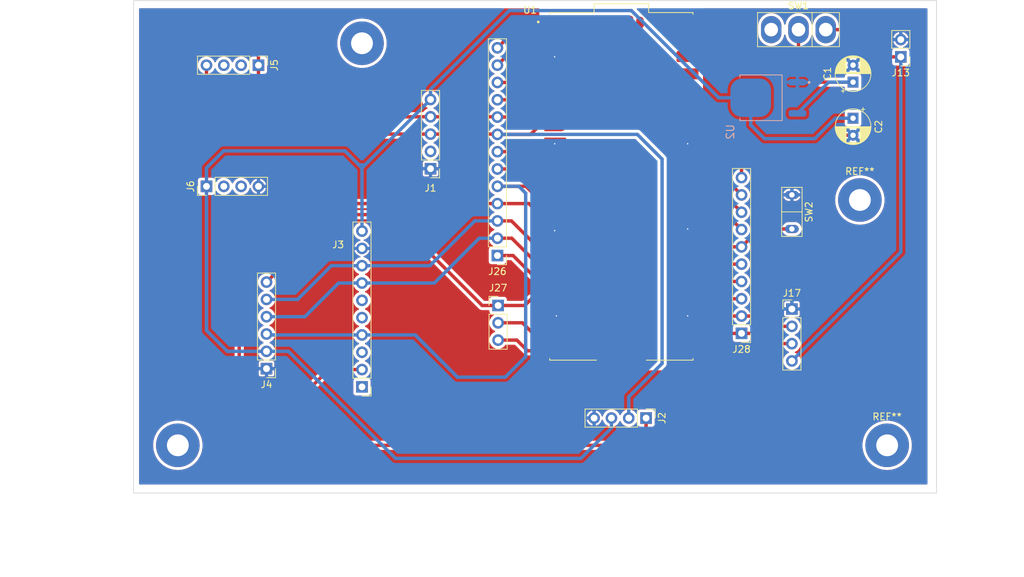
<source format=kicad_pcb>
(kicad_pcb (version 20211014) (generator pcbnew)
  (layers (0 "F.Cu" signal) (31 "B.Cu" signal) (34 "B.Paste" user) (35 "F.Paste" user) (36 "B.SilkS" user "B.Silkscreen") (37 "F.SilkS" user "F.Silkscreen") (38 "B.Mask" user) (39 "F.Mask" user) (44 "Edge.Cuts" user))
  (net 0 "")
  (net 1 "5VBUS")
  (net 2 "GND")
  (net 3 "+3V3")
  (net 5 "SDA")
  (net 6 "SCL")
  (net 15 "+5V")
  (net 16 "UART_RX")
  (net 17 "UART_TX")
  (net 18 "SCLK")
  (net 19 "SPI_TX")
  (net 20 "SPI_RX")
  (net 21 "CS1")
  (net 22 "CS2")
  (net 23 "Net-(U1-Pad16)")
  (net 24 "Net-(U1-Pad10)")
  (net 25 "Net-(U1-Pad9)")
  (net 26 "Net-(U1-Pad5)")
  (net 27 "Net-(U1-Pad4)")
  (net 28 "Net-(U1-Pad2)")
  (net 29 "Net-(U1-Pad1)")
  (net 30 "Net-(U1-Pad19)")
  (net 31 "Net-(U1-Pad20)")
  (net 32 "Net-(U1-Pad24)")
  (net 33 "Net-(U1-Pad25)")
  (net 34 "Net-(U1-Pad26)")
  (net 35 "GPIO21")
  (net 36 "Net-(U1-Pad29)")
  (net 37 "Net-(U1-Pad31)")
  (net 38 "Net-(U1-Pad32)")
  (net 39 "Net-(U1-Pad34)")
  (net 46 "unconnected-(U1-PadA)")
  (footprint "Connector_PinHeader_2.54mm:PinHeader_1x06_P2.54mm_Vertical" (layer "F.Cu") (at 95 104.75 180)
    (fp_text reference "J4")
    (fp_text value "MicroSD card module")
  )
  (footprint "Connector_PinHeader_2.54mm:PinHeader_1x13_P2.54mm_Vertical" (layer "F.Cu") (at 128.8572 88.1512 180)
    (fp_text reference "J26")
    (fp_text value "Conn_01x13_external")
  )
  (footprint "MountingHole:MountingHole_3.2mm_M3_Pad" (layer "F.Cu") (at 182 80)
    (fp_text reference "REF**")
    (fp_text value "MountingHole_3.2mm_M3_Pad")
  )
  (footprint "Connector_PinHeader_2.54mm:PinHeader_1x02_P2.54mm_Vertical" (layer "F.Cu") (at 188 59 180)
    (fp_text reference "J13")
    (fp_text value "Conn_01x02_Male")
  )
  (footprint "Connector_PinHeader_2.54mm:PinHeader_1x04_P2.54mm_Vertical" (layer "F.Cu") (at 93.82 60.22 -90)
    (fp_text reference "J5")
    (fp_text value "SHT30A_CONN")
  )
  (footprint "Connector_PinHeader_2.54mm:PinHeader_1x10_P2.54mm_Vertical" (layer "F.Cu") (at 109 107.425 180)
    (fp_text reference "J3")
    (fp_text value "MPU9250")
  )
  (footprint "Connector_PinHeader_2.54mm:PinHeader_1x03_P2.54mm_Vertical" (layer "F.Cu") (at 128.9588 95.4814)
    (fp_text reference "J27")
    (fp_text value "Conn_01x03_external")
  )
  (footprint "" (layer "F.Cu") (at 82 116)
    (fp_text reference "")
    (fp_text value "")
  )
  (footprint "MountingHole:MountingHole_3.2mm_M3_Pad" (layer "F.Cu") (at 186 116)
    (fp_text reference "REF**")
    (fp_text value "MountingHole_3.2mm_M3_Pad")
  )
  (footprint "" (layer "F.Cu") (at 109 57)
    (fp_text reference "")
    (fp_text value "")
  )
  (footprint "SC0915:MODULE_SC0915" (layer "F.Cu") (at 147.0334 78)
    (fp_text reference "U1")
    (fp_text value "SC0915")
  )
  (footprint "Connector_PinHeader_2.54mm:PinHeader_1x04_P2.54mm_Vertical" (layer "F.Cu") (at 86.2 78 90)
    (fp_text reference "J6")
    (fp_text value "SHT30A_PWR")
  )
  (footprint "Push button:Push button" (layer "F.Cu") (at 172.0334 81.75 90)
    (fp_text reference "SW2")
    (fp_text value "SW_Push")
  )
  (footprint "Capacitor_THT:CP_Radial_D5.0mm_P2.50mm" (layer "F.Cu") (at 181 68 -90)
    (fp_text reference "C2")
    (fp_text value "22u")
  )
  (footprint "Capacitor_THT:CP_Radial_D5.0mm_P2.50mm" (layer "F.Cu") (at 181 62.705113 90)
    (fp_text reference "C1")
    (fp_text value "10u")
  )
  (footprint "Connector_PinHeader_2.54mm:PinHeader_1x10_P2.54mm_Vertical" (layer "F.Cu") (at 164.65 99.575 180)
    (fp_text reference "J28")
    (fp_text value "Conn_01x10_external")
  )
  (footprint "Connector_PinHeader_2.54mm:PinHeader_1x05_P2.54mm_Vertical" (layer "F.Cu") (at 119.05 75.41 180)
    (fp_text reference "J1")
    (fp_text value "DS3231_RTC")
  )
  (footprint "Connector_PinHeader_2.54mm:PinHeader_1x04_P2.54mm_Vertical" (layer "F.Cu") (at 150.6534 112 -90)
    (fp_text reference "J2")
    (fp_text value "OLED_SCREEN")
  )
  (footprint "Connector_PinHeader_2.54mm:PinHeader_1x04_P2.54mm_Vertical" (layer "F.Cu") (at 172.0334 96)
    (fp_text reference "J17")
    (fp_text value "GPS module")
  )
  (footprint "SPDT switch:SPDT switch" (layer "F.Cu") (at 173 55 180)
    (fp_text reference "SW1")
    (fp_text value "SW_SPDT")
  )
  (footprint "AZ1117CD-3.3TRG1:DPAK457P1010X238-3N" (layer "B.Cu") (at 168.59 65 -90)
    (fp_text reference "U2")
    (fp_text value "AZ1117-3.3")
  )
  (gr_rect (start 75.5 50.75) (end 193.25 123) (layer "Edge.Cuts") (width 0.1) (fill none))
  (segment (start 167.925 59.475) (end 162.32 53.87) (width 0.5) (layer "F.Cu") (net 1))
  (segment (start 173 59.45) (end 173.025 59.475) (width 0.5) (layer "F.Cu") (net 1))
  (segment (start 181 62.705113) (end 176.255113 62.705113) (width 0.5) (layer "F.Cu") (net 1))
  (segment (start 173 58.8) (end 173 59.45) (width 0.5) (layer "F.Cu") (net 1))
  (segment (start 172.275 59.475) (end 167.925 59.475) (width 0.5) (layer "F.Cu") (net 1))
  (segment (start 173.025 59.475) (end 172.275 59.475) (width 0.5) (layer "F.Cu") (net 1))
  (segment (start 176.255113 62.705113) (end 173.025 59.475) (width 0.5) (layer "F.Cu") (net 1))
  (segment (start 162.32 53.87) (end 156.7234 53.87) (width 0.5) (layer "F.Cu") (net 1))
  (segment (start 172.325 59.475) (end 173 58.8) (width 0.5) (layer "F.Cu") (net 1))
  (segment (start 172.275 59.475) (end 172.325 59.475) (width 0.5) (layer "F.Cu") (net 1))
  (segment (start 173 55) (end 173 58.8) (width 0.5) (layer "F.Cu") (net 1))
  (segment (start 172.85 67.286) (end 177.430887 62.705113) (width 0.5) (layer "B.Cu") (net 1))
  (segment (start 177.430887 62.705113) (end 181 62.705113) (width 0.5) (layer "B.Cu") (net 1))
  (segment (start 143.0334 112) (end 143.0334 110.2666) (width 0.425) (layer "F.Cu") (net 2))
  (segment (start 147.0334 106.2666) (end 147.0334 102.7) (width 0.425) (layer "F.Cu") (net 2))
  (segment (start 160.95 58.95) (end 172.5 70.5) (width 0.5) (layer "F.Cu") (net 2))
  (segment (start 156.7234 58.95) (end 160.95 58.95) (width 0.5) (layer "F.Cu") (net 2))
  (segment (start 172.5 70.5) (end 181 70.5) (width 0.5) (layer "F.Cu") (net 2))
  (segment (start 143.0334 110.2666) (end 147.0334 106.2666) (width 0.425) (layer "F.Cu") (net 2))
  (via (at 156.75 84.25) (size 0.425) (drill 0.2) (layers "F.Cu" "B.Cu") (net 2))
  (via (at 156.75 71.75) (size 0.425) (drill 0.2) (layers "F.Cu" "B.Cu") (net 2))
  (via (at 137.25 84.5) (size 0.425) (drill 0.2) (layers "F.Cu" "B.Cu") (net 2))
  (via (at 137.25 59) (size 0.425) (drill 0.2) (layers "F.Cu" "B.Cu") (net 2))
  (via (at 156.75 97) (size 0.425) (drill 0.2) (layers "F.Cu" "B.Cu") (net 2))
  (via (at 137.25 71.75) (size 0.425) (drill 0.2) (layers "F.Cu" "B.Cu") (net 2))
  (via (at 137.5 97) (size 0.425) (drill 0.2) (layers "F.Cu" "B.Cu") (net 2))
  (segment (start 148.5 52.2) (end 161.3 65) (width 0.5) (layer "B.Cu") (net 3))
  (segment (start 106.5 72.8) (end 88.7 72.8) (width 0.5) (layer "B.Cu") (net 3))
  (segment (start 141.1 117.92) (end 114.08 117.92) (width 0.5) (layer "B.Cu") (net 3))
  (segment (start 98.21 102.21) (end 113.92 117.92) (width 0.5) (layer "B.Cu") (net 3))
  (segment (start 109.45 74.85) (end 119.05 65.25) (width 0.5) (layer "B.Cu") (net 3))
  (segment (start 109 75.3) (end 108.525 74.825) (width 0.5) (layer "B.Cu") (net 3))
  (segment (start 178.4 68) (end 175.4 71) (width 0.5) (layer "B.Cu") (net 3))
  (segment (start 119.05 65.25) (end 119.05 63.75) (width 0.5) (layer "B.Cu") (net 3))
  (segment (start 89.26 102.21) (end 95 102.21) (width 0.5) (layer "B.Cu") (net 3))
  (segment (start 161.3 65) (end 166 65) (width 0.5) (layer "B.Cu") (net 3))
  (segment (start 109 84.565) (end 109 75.3) (width 0.5) (layer "B.Cu") (net 3))
  (segment (start 86.2 75.3) (end 88.7 72.8) (width 0.5) (layer "B.Cu") (net 3))
  (segment (start 113.92 117.92) (end 114.08 117.92) (width 0.5) (layer "B.Cu") (net 3))
  (segment (start 181 68) (end 178.4 68) (width 0.5) (layer "B.Cu") (net 3))
  (segment (start 175.4 71) (end 168 71) (width 0.5) (layer "B.Cu") (net 3))
  (segment (start 109 75.3) (end 109.45 74.85) (width 0.5) (layer "B.Cu") (net 3))
  (segment (start 86.2 78) (end 86.2 75.3) (width 0.5) (layer "B.Cu") (net 3))
  (segment (start 119.05 63.75) (end 130.6 52.2) (width 0.5) (layer "B.Cu") (net 3))
  (segment (start 168 71) (end 166 69) (width 0.5) (layer "B.Cu") (net 3))
  (segment (start 86.2 78) (end 86.2 99.15) (width 0.5) (layer "B.Cu") (net 3))
  (segment (start 145.5734 112) (end 145.5734 113.4466) (width 0.5) (layer "B.Cu") (net 3))
  (segment (start 86.2 99.15) (end 89.26 102.21) (width 0.5) (layer "B.Cu") (net 3))
  (segment (start 130.6 52.2) (end 148.5 52.2) (width 0.5) (layer "B.Cu") (net 3))
  (segment (start 108.525 74.825) (end 108.55 74.85) (width 0.5) (layer "B.Cu") (net 3))
  (segment (start 145.5734 113.4466) (end 141.1 117.92) (width 0.5) (layer "B.Cu") (net 3))
  (segment (start 95 102.21) (end 98.21 102.21) (width 0.5) (layer "B.Cu") (net 3))
  (segment (start 166 69) (end 166 65) (width 0.5) (layer "B.Cu") (net 3))
  (segment (start 108.525 74.825) (end 106.5 72.8) (width 0.5) (layer "B.Cu") (net 3))
  (segment (start 108.55 74.85) (end 109.45 74.85) (width 0.5) (layer "B.Cu") (net 3))
  (segment (start 149 116) (end 91 116) (width 0.5) (layer "F.Cu") (net 5))
  (segment (start 132.2188 67.8312) (end 133.48 66.57) (width 0.5) (layer "F.Cu") (net 5))
  (segment (start 133.48 66.57) (end 137.3434 66.57) (width 0.5) (layer "F.Cu") (net 5))
  (segment (start 128.816 67.79) (end 128.8572 67.8312) (width 0.5) (layer "F.Cu") (net 5))
  (segment (start 150.6534 114.3466) (end 149 116) (width 0.5) (layer "F.Cu") (net 5))
  (segment (start 119.05 67.79) (end 128.816 67.79) (width 0.5) (layer "F.Cu") (net 5))
  (segment (start 128.8572 67.8312) (end 132.2188 67.8312) (width 0.5) (layer "F.Cu") (net 5))
  (segment (start 150.6534 112) (end 150.6534 114.3466) (width 0.5) (layer "F.Cu") (net 5))
  (segment (start 95.84 67.79) (end 119.05 67.79) (width 0.5) (layer "F.Cu") (net 5))
  (segment (start 93.82 65.77) (end 95.84 67.79) (width 0.5) (layer "F.Cu") (net 5))
  (segment (start 82 107) (end 82 59) (width 0.5) (layer "F.Cu") (net 5))
  (segment (start 93.82 60.22) (end 93.82 65.77) (width 0.5) (layer "F.Cu") (net 5))
  (segment (start 82 59) (end 85 56) (width 0.5) (layer "F.Cu") (net 5))
  (segment (start 93.82 57.82) (end 93.82 60.22) (width 0.5) (layer "F.Cu") (net 5))
  (segment (start 85 56) (end 92 56) (width 0.5) (layer "F.Cu") (net 5))
  (segment (start 92 56) (end 93.82 57.82) (width 0.5) (layer "F.Cu") (net 5))
  (segment (start 91 116) (end 82 107) (width 0.5) (layer "F.Cu") (net 5))
  (segment (start 86.2 64.1) (end 86.2 60.22) (width 0.5) (layer "F.Cu") (net 6))
  (segment (start 119.05 70.33) (end 128.816 70.33) (width 0.5) (layer "F.Cu") (net 6))
  (segment (start 128.816 70.33) (end 128.8572 70.3712) (width 0.5) (layer "F.Cu") (net 6))
  (segment (start 134.99 69.11) (end 137.3434 69.11) (width 0.5) (layer "F.Cu") (net 6))
  (segment (start 133.7288 70.3712) (end 128.8572 70.3712) (width 0.5) (layer "F.Cu") (net 6))
  (segment (start 133.7288 70.3712) (end 134.99 69.11) (width 0.5) (layer "F.Cu") (net 6))
  (segment (start 92.43 70.33) (end 86.2 64.1) (width 0.5) (layer "F.Cu") (net 6))
  (segment (start 92.43 70.33) (end 119.05 70.33) (width 0.5) (layer "F.Cu") (net 6))
  (segment (start 149.3712 70.3712) (end 128.8572 70.3712) (width 0.5) (layer "B.Cu") (net 6))
  (segment (start 153 104) (end 153 74) (width 0.5) (layer "B.Cu") (net 6))
  (segment (start 153 74) (end 149.3712 70.3712) (width 0.5) (layer "B.Cu") (net 6))
  (segment (start 148.1134 112) (end 148.1134 108.8866) (width 0.5) (layer "B.Cu") (net 6))
  (segment (start 148.1134 108.8866) (end 153 104) (width 0.5) (layer "B.Cu") (net 6))
  (segment (start 188 59) (end 186.15 59) (width 0.5) (layer "F.Cu") (net 15))
  (segment (start 182.15 55) (end 181.5 55) (width 0.5) (layer "F.Cu") (net 15))
  (segment (start 181.5 55) (end 177 55) (width 0.5) (layer "F.Cu") (net 15))
  (segment (start 186.15 59) (end 182.15 55) (width 0.5) (layer "F.Cu") (net 15))
  (segment (start 188 87.6534) (end 188 59) (width 0.5) (layer "B.Cu") (net 15))
  (segment (start 172.0334 103.62) (end 188 87.6534) (width 0.5) (layer "B.Cu") (net 15))
  (segment (start 172.0334 98.54) (end 168.94 98.54) (width 0.5) (layer "F.Cu") (net 16))
  (segment (start 168.94 98.54) (end 167.435 97.035) (width 0.5) (layer "F.Cu") (net 16))
  (segment (start 159.61 99.59) (end 156.7234 99.59) (width 0.5) (layer "F.Cu") (net 16))
  (segment (start 164.65 97.035) (end 162.165 97.035) (width 0.5) (layer "F.Cu") (net 16))
  (segment (start 167.435 97.035) (end 164.65 97.035) (width 0.5) (layer "F.Cu") (net 16))
  (segment (start 162.165 97.035) (end 159.61 99.59) (width 0.5) (layer "F.Cu") (net 16))
  (segment (start 168.37 101.08) (end 166.865 99.575) (width 0.5) (layer "F.Cu") (net 17))
  (segment (start 159.72 102.13) (end 162.275 99.575) (width 0.5) (layer "F.Cu") (net 17))
  (segment (start 156.7234 102.13) (end 159.72 102.13) (width 0.5) (layer "F.Cu") (net 17))
  (segment (start 166.865 99.575) (end 164.65 99.575) (width 0.5) (layer "F.Cu") (net 17))
  (segment (start 162.275 99.575) (end 164.65 99.575) (width 0.5) (layer "F.Cu") (net 17))
  (segment (start 168.37 101.08) (end 172.0334 101.08) (width 0.5) (layer "F.Cu") (net 17))
  (segment (start 134.74 86.89) (end 130.9212 83.0712) (width 0.5) (layer "F.Cu") (net 18))
  (segment (start 130.9212 83.0712) (end 128.8572 83.0712) (width 0.5) (layer "F.Cu") (net 18))
  (segment (start 137.3434 86.89) (end 134.74 86.89) (width 0.5) (layer "F.Cu") (net 18))
  (segment (start 128.8572 83.0712) (end 125.5288 83.0712) (width 0.5) (layer "B.Cu") (net 18))
  (segment (start 118.955 89.645) (end 109 89.645) (width 0.5) (layer "B.Cu") (net 18))
  (segment (start 104.505 89.645) (end 109 89.645) (width 0.5) (layer "B.Cu") (net 18))
  (segment (start 99.56 94.59) (end 104.505 89.645) (width 0.5) (layer "B.Cu") (net 18))
  (segment (start 125.5288 83.0712) (end 118.955 89.645) (width 0.5) (layer "B.Cu") (net 18))
  (segment (start 95 94.59) (end 99.56 94.59) (width 0.5) (layer "B.Cu") (net 18))
  (segment (start 128.8572 85.6112) (end 130.9612 85.6112) (width 0.5) (layer "F.Cu") (net 19))
  (segment (start 137.3234 89.45) (end 137.3434 89.43) (width 0.5) (layer "F.Cu") (net 19))
  (segment (start 130.9612 85.6112) (end 134.8 89.45) (width 0.5) (layer "F.Cu") (net 19))
  (segment (start 134.8 89.45) (end 137.3234 89.45) (width 0.5) (layer "F.Cu") (net 19))
  (segment (start 100.62 97.13) (end 105.565 92.185) (width 0.5) (layer "B.Cu") (net 19))
  (segment (start 119.615 92.185) (end 126.1888 85.6112) (width 0.5) (layer "B.Cu") (net 19))
  (segment (start 109 92.185) (end 119.615 92.185) (width 0.5) (layer "B.Cu") (net 19))
  (segment (start 105.565 92.185) (end 109 92.185) (width 0.5) (layer "B.Cu") (net 19))
  (segment (start 126.1888 85.6112) (end 128.8572 85.6112) (width 0.5) (layer "B.Cu") (net 19))
  (segment (start 95 97.13) (end 100.62 97.13) (width 0.5) (layer "B.Cu") (net 19))
  (segment (start 133.0412 77.9912) (end 128.8572 77.9912) (width 0.5) (layer "F.Cu") (net 20))
  (segment (start 137.3434 79.27) (end 134.32 79.27) (width 0.5) (layer "F.Cu") (net 20))
  (segment (start 134.32 79.27) (end 133.0412 77.9912) (width 0.5) (layer "F.Cu") (net 20))
  (segment (start 131.9912 77.9912) (end 128.8572 77.9912) (width 0.5) (layer "B.Cu") (net 20))
  (segment (start 130 106) (end 133 103) (width 0.5) (layer "B.Cu") (net 20))
  (segment (start 95.135 99.805) (end 95 99.67) (width 0.5) (layer "B.Cu") (net 20))
  (segment (start 109 99.805) (end 116.805 99.805) (width 0.5) (layer "B.Cu") (net 20))
  (segment (start 133 103) (end 133 79) (width 0.5) (layer "B.Cu") (net 20))
  (segment (start 123 106) (end 130 106) (width 0.5) (layer "B.Cu") (net 20))
  (segment (start 133 79) (end 131.9912 77.9912) (width 0.5) (layer "B.Cu") (net 20))
  (segment (start 109 99.805) (end 95.135 99.805) (width 0.5) (layer "B.Cu") (net 20))
  (segment (start 116.805 99.805) (end 123 106) (width 0.5) (layer "B.Cu") (net 20))
  (segment (start 109 104.885) (end 104.115 104.885) (width 0.5) (layer "F.Cu") (net 21))
  (segment (start 91 108) (end 91 82) (width 0.5) (layer "F.Cu") (net 21))
  (segment (start 91 82) (end 92.4688 80.5312) (width 0.5) (layer "F.Cu") (net 21))
  (segment (start 133.4812 80.5312) (end 128.8572 80.5312) (width 0.5) (layer "F.Cu") (net 21))
  (segment (start 100 109) (end 92 109) (width 0.5) (layer "F.Cu") (net 21))
  (segment (start 137.3434 81.81) (end 134.76 81.81) (width 0.5) (layer "F.Cu") (net 21))
  (segment (start 134.76 81.81) (end 133.4812 80.5312) (width 0.5) (layer "F.Cu") (net 21))
  (segment (start 104.115 104.885) (end 100 109) (width 0.5) (layer "F.Cu") (net 21))
  (segment (start 92 109) (end 91 108) (width 0.5) (layer "F.Cu") (net 21))
  (segment (start 92.4688 80.5312) (end 128.8572 80.5312) (width 0.5) (layer "F.Cu") (net 21))
  (segment (start 95 92.05) (end 104.9 82.15) (width 0.5) (layer "F.Cu") (net 22))
  (segment (start 128.9588 95.4814) (end 126.6314 95.4814) (width 0.5) (layer "F.Cu") (net 22))
  (segment (start 133.84 94.51) (end 137.3434 94.51) (width 0.5) (layer "F.Cu") (net 22))
  (segment (start 126.6314 95.4814) (end 113.3 82.15) (width 0.5) (layer "F.Cu") (net 22))
  (segment (start 104.9 82.15) (end 112.1 82.15) (width 0.5) (layer "F.Cu") (net 22))
  (segment (start 128.9588 95.4814) (end 132.8686 95.4814) (width 0.5) (layer "F.Cu") (net 22))
  (segment (start 132.8686 95.4814) (end 133.84 94.51) (width 0.5) (layer "F.Cu") (net 22))
  (segment (start 113.3 82.15) (end 112.1 82.15) (width 0.5) (layer "F.Cu") (net 22))
  (segment (start 134.97 91.97) (end 137.3434 91.97) (width 0.5) (layer "F.Cu") (net 23))
  (segment (start 128.8572 88.1512) (end 131.1512 88.1512) (width 0.5) (layer "F.Cu") (net 23))
  (segment (start 131.1512 88.1512) (end 134.97 91.97) (width 0.5) (layer "F.Cu") (net 23))
  (segment (start 137.3434 76.73) (end 134.83 76.73) (width 0.5) (layer "F.Cu") (net 24))
  (segment (start 128.8572 75.4512) (end 133.5512 75.4512) (width 0.5) (layer "F.Cu") (net 24))
  (segment (start 133.5512 75.4512) (end 134.83 76.73) (width 0.5) (layer "F.Cu") (net 24))
  (segment (start 133.99 74.19) (end 132.7112 72.9112) (width 0.5) (layer "F.Cu") (net 25))
  (segment (start 137.3434 74.19) (end 133.99 74.19) (width 0.5) (layer "F.Cu") (net 25))
  (segment (start 132.7112 72.9112) (end 128.8572 72.9112) (width 0.5) (layer "F.Cu") (net 25))
  (segment (start 137.3434 64.03) (end 132.42 64.03) (width 0.5) (layer "F.Cu") (net 26))
  (segment (start 131.1588 65.2912) (end 128.8572 65.2912) (width 0.5) (layer "F.Cu") (net 26))
  (segment (start 132.42 64.03) (end 131.1588 65.2912) (width 0.5) (layer "F.Cu") (net 26))
  (segment (start 137.3434 61.49) (end 133.36 61.49) (width 0.5) (layer "F.Cu") (net 27))
  (segment (start 132.0988 62.7512) (end 128.8572 62.7512) (width 0.5) (layer "F.Cu") (net 27))
  (segment (start 133.36 61.49) (end 132.0988 62.7512) (width 0.5) (layer "F.Cu") (net 27))
  (segment (start 137.3334 56.4) (end 137.3434 56.41) (width 0.5) (layer "F.Cu") (net 28))
  (segment (start 132.6684 56.4) (end 137.3334 56.4) (width 0.5) (layer "F.Cu") (net 28))
  (segment (start 128.8572 60.2112) (end 132.6684 56.4) (width 0.5) (layer "F.Cu") (net 28))
  (segment (start 128.8572 57.6712) (end 132.5284 54) (width 0.5) (layer "F.Cu") (net 29))
  (segment (start 137.2134 54) (end 137.3434 53.87) (width 0.5) (layer "F.Cu") (net 29))
  (segment (start 132.5284 54) (end 137.2134 54) (width 0.5) (layer "F.Cu") (net 29))
  (segment (start 134.09 99.59) (end 137.3434 99.59) (width 0.5) (layer "F.Cu") (net 30))
  (segment (start 134.09 99.59) (end 132.5214 98.0214) (width 0.5) (layer "F.Cu") (net 30))
  (segment (start 132.5214 98.0214) (end 128.9588 98.0214) (width 0.5) (layer "F.Cu") (net 30))
  (segment (start 131.7114 100.5614) (end 128.9588 100.5614) (width 0.5) (layer "F.Cu") (net 31))
  (segment (start 137.3434 102.13) (end 133.28 102.13) (width 0.5) (layer "F.Cu") (net 31))
  (segment (start 133.28 102.13) (end 131.7114 100.5614) (width 0.5) (layer "F.Cu") (net 31))
  (segment (start 156.7384 94.495) (end 164.65 94.495) (width 0.5) (layer "F.Cu") (net 32))
  (segment (start 156.7234 94.51) (end 156.7384 94.495) (width 0.5) (layer "F.Cu") (net 32))
  (segment (start 156.7384 91.955) (end 164.65 91.955) (width 0.5) (layer "F.Cu") (net 33))
  (segment (start 156.7234 91.97) (end 156.7384 91.955) (width 0.5) (layer "F.Cu") (net 33))
  (segment (start 156.7384 89.415) (end 164.65 89.415) (width 0.5) (layer "F.Cu") (net 34))
  (segment (start 156.7234 89.43) (end 156.7384 89.415) (width 0.5) (layer "F.Cu") (net 34))
  (segment (start 167.275 84.25) (end 164.65 86.875) (width 0.5) (layer "F.Cu") (net 35))
  (segment (start 156.7234 86.89) (end 156.7384 86.875) (width 0.5) (layer "F.Cu") (net 35))
  (segment (start 172.0334 84.25) (end 167.275 84.25) (width 0.5) (layer "F.Cu") (net 35))
  (segment (start 156.7384 86.875) (end 164.65 86.875) (width 0.5) (layer "F.Cu") (net 35))
  (segment (start 162.125 81.81) (end 164.65 84.335) (width 0.5) (layer "F.Cu") (net 36))
  (segment (start 156.7234 81.81) (end 162.125 81.81) (width 0.5) (layer "F.Cu") (net 36))
  (segment (start 159.585 76.73) (end 164.65 81.795) (width 0.5) (layer "F.Cu") (net 37))
  (segment (start 156.7234 76.73) (end 159.585 76.73) (width 0.5) (layer "F.Cu") (net 37))
  (segment (start 159.585 74.19) (end 164.65 79.255) (width 0.5) (layer "F.Cu") (net 38))
  (segment (start 156.7234 74.19) (end 159.585 74.19) (width 0.5) (layer "F.Cu") (net 38))
  (segment (start 156.7234 69.11) (end 161.06 69.11) (width 0.5) (layer "F.Cu") (net 39))
  (segment (start 161.06 69.11) (end 164.65 72.7) (width 0.5) (layer "F.Cu") (net 39))
  (segment (start 164.65 72.7) (end 164.65 76.715) (width 0.5) (layer "F.Cu") (net 39))
  (segment (start 149.7584 54) (end 149.7584 56.73) (width 0.425) (layer "F.Cu") (net 46))
  (segment (start 144.3084 56.73) (end 144.6084 57.03) (width 0.425) (layer "F.Cu") (net 46))
  (segment (start 145.7 58.8) (end 148 58.8) (width 0.425) (layer "F.Cu") (net 46))
  (segment (start 144.6084 57.7084) (end 145.7 58.8) (width 0.425) (layer "F.Cu") (net 46))
  (segment (start 144.3084 54) (end 144.3084 56.73) (width 0.425) (layer "F.Cu") (net 46))
  (segment (start 148 58.8) (end 149.4584 57.3416) (width 0.425) (layer "F.Cu") (net 46))
  (segment (start 149.4584 57.3416) (end 149.4584 57.03) (width 0.425) (layer "F.Cu") (net 46))
  (segment (start 149.7584 56.73) (end 149.4584 57.03) (width 0.425) (layer "F.Cu") (net 46))
  (segment (start 144.6084 57.03) (end 144.6084 57.7084) (width 0.425) (layer "F.Cu") (net 46))
  (zone (net 0) (net_name "") (layer "F.Cu") (connect_pads (clearance 0)) (min_thickness 0.2)
    (keepout (tracks allowed) (vias allowed) (pads allowed) (copperpour not_allowed) (footprints allowed))
    (fill (thermal_gap 0.3) (thermal_bridge_width 0.3))
    (polygon (pts (xy 159 105) (xy 135 105) (xy 135 51) (xy 159 51)))
  )
  (zone (net 2) (net_name "GND") (layers F&B.Cu) (connect_pads (clearance 0.3)) (min_thickness 0.2) (fill yes (thermal_gap 0.3) (thermal_bridge_width 0.3))
    (polygon (pts (xy 191.9 121.73) (xy 76.33 121.73) (xy 76.33 51.88) (xy 191.9 51.88)))
  )
  (zone (net 2) (net_name "GND") (layer "B.Cu") (connect_pads (clearance 0.508)) (min_thickness 0.254) (fill yes (thermal_gap 0.508) (thermal_bridge_width 0.508))
    (polygon (pts (xy 191.9 121.73) (xy 76.33 121.73) (xy 76.33 51.88) (xy 191.9 51.88)))
  )
)
</source>
